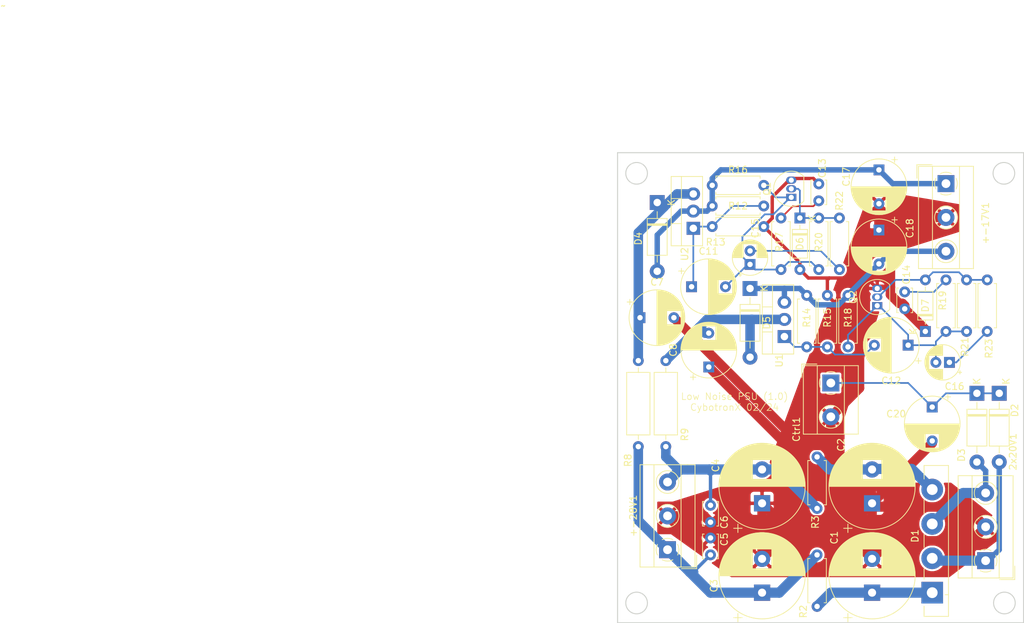
<source format=kicad_pcb>
(kicad_pcb (version 20171130) (host pcbnew 5.1.7-a382d34a8~88~ubuntu18.04.1)
  (layers (0 F.Cu signal hide) (31 B.Cu signal) (34 B.Paste user) (35 F.Paste user) (36 B.SilkS user) (37 F.SilkS user) (38 B.Mask user) (39 F.Mask user) (44 Edge.Cuts user))
  (net 0 "")
  (net 1 VEE)
  (net 2 "Net-(C11-Pad1)")
  (net 3 GND)
  (net 4 "Net-(C12-Pad1)")
  (net 5 "Net-(2x20V1-Pad1)")
  (net 6 "Net-(2x20V1-Pad3)")
  (net 7 "Net-(C1-Pad1)")
  (net 8 "Net-(C14-Pad1)")
  (net 9 "Net-(C11-Pad2)")
  (net 10 "Net-(C12-Pad2)")
  (net 11 "Net-(C15-Pad2)")
  (net 12 "Net-(C16-Pad1)")
  (net 13 "Net-(D7-Pad2)")
  (net 14 +28V)
  (net 15 -24V)
  (net 16 VDD)
  (net 17 "Net-(D6-Pad1)")
  (net 18 "Net-(C2-Pad2)")
  (net 19 "Net-(C7-Pad1)")
  (net 20 "Net-(C13-Pad1)")
  (net 21 "Net-(C20-Pad1)")
  (net 22 "Net-(C8-Pad2)")
  (module Resistor_THT:R_Axial_DIN0207_L6.3mm_D2.5mm_P7.62mm_Horizontal (layer F.Cu) (at 174.752 53.34 270)
    (fp_text reference R17 (at 3.556 0.254 90) (layer F.SilkS))
    (fp_text value 6,8)
    (pad 2 thru_hole oval (at 7.62 0 270) (size 1.6 1.6) (drill 0.8) (layers *.Cu *.Mask) (net 9 "Net-(C11-Pad2)"))
    (pad 1 thru_hole circle (at 0 0 270) (size 1.6 1.6) (drill 0.8) (layers *.Cu *.Mask) (net 20 "Net-(C13-Pad1)"))
  )
  (module Resistor_THT:R_Axial_DIN0207_L6.3mm_D2.5mm_P7.62mm_Horizontal (layer F.Cu) (at 172.212 51.562 180)
    (fp_text reference R12 (at 3.81 0) (layer F.SilkS))
    (fp_text value 100)
    (pad 2 thru_hole oval (at 7.62 0 180) (size 1.6 1.6) (drill 0.8) (layers *.Cu *.Mask) (net 1 VEE))
    (pad 1 thru_hole circle (at 0 0 180) (size 1.6 1.6) (drill 0.8) (layers *.Cu *.Mask) (net 2 "Net-(C11-Pad1)"))
  )
  (module Resistor_THT:R_Axial_DIN0309_L9.0mm_D3.2mm_P12.70mm_Horizontal (layer F.Cu) (at 157.734 87.122 90)
    (fp_text reference R9 (at 1.778 2.794 90) (layer F.SilkS))
    (fp_text value 33)
    (pad 2 thru_hole oval (at 12.7 0 90) (size 1.6 1.6) (drill 0.8) (layers *.Cu *.Mask) (net 22 "Net-(C8-Pad2)"))
    (pad 1 thru_hole circle (at 0 0 90) (size 1.6 1.6) (drill 0.8) (layers *.Cu *.Mask) (net 15 -24V))
  )
  (module Resistor_THT:R_Axial_DIN0309_L9.0mm_D3.2mm_P12.70mm_Horizontal (layer F.Cu) (at 153.67 87.122 90)
    (fp_text reference R8 (at -2.032 -1.524 90) (layer F.SilkS))
    (fp_text value 33)
    (pad 2 thru_hole oval (at 12.7 0 90) (size 1.6 1.6) (drill 0.8) (layers *.Cu *.Mask) (net 19 "Net-(C7-Pad1)"))
    (pad 1 thru_hole circle (at 0 0 90) (size 1.6 1.6) (drill 0.8) (layers *.Cu *.Mask) (net 14 +28V))
  )
  (module Capacitor_THT:CP_Radial_D8.0mm_P5.00mm (layer F.Cu) (at 164.084 75.358 90)
    (fp_text reference C8 (at 2.5 -5.25 90) (layer F.SilkS))
    (fp_text value 220µ/35V)
    (pad 2 thru_hole circle (at 5 0 90) (size 1.6 1.6) (drill 0.8) (layers *.Cu *.Mask) (net 22 "Net-(C8-Pad2)"))
    (pad 1 thru_hole rect (at 0 0 90) (size 1.6 1.6) (drill 0.8) (layers *.Cu *.Mask) (net 3 GND))
  )
  (module Capacitor_THT:CP_Radial_D8.0mm_P5.00mm (layer F.Cu) (at 153.924 68.072)
    (fp_text reference C7 (at 2.5 -5.25) (layer F.SilkS))
    (fp_text value 220µ/35V)
    (pad 2 thru_hole circle (at 5 0) (size 1.6 1.6) (drill 0.8) (layers *.Cu *.Mask) (net 3 GND))
    (pad 1 thru_hole rect (at 0 0) (size 1.6 1.6) (drill 0.8) (layers *.Cu *.Mask) (net 19 "Net-(C7-Pad1)"))
  )
  (module Package_TO_SOT_THT:TO-220-3_Vertical (layer F.Cu) (at 175.26 70.866 90)
    (fp_text reference U1 (at -3.556 -0.762 90) (layer F.SilkS))
    (fp_text value LM337_TO220)
    (pad 3 thru_hole oval (at 5.08 0 90) (size 1.905 2) (drill 1.1) (layers *.Cu *.Mask) (net 16 VDD))
    (pad 2 thru_hole oval (at 2.54 0 90) (size 1.905 2) (drill 1.1) (layers *.Cu *.Mask) (net 22 "Net-(C8-Pad2)"))
    (pad 1 thru_hole rect (at 0 0 90) (size 1.905 2) (drill 1.1) (layers *.Cu *.Mask) (net 10 "Net-(C12-Pad2)"))
  )
  (module Diode_THT:D_DO-41_SOD81_P10.16mm_Horizontal (layer F.Cu) (at 207.01 79.248 270)
    (fp_text reference D2 (at 2.54 -2.286 90) (layer F.SilkS))
    (fp_text value 1N4001)
    (fp_text user K (at -1.778 -1.016 90) (layer F.SilkS))
    (pad 2 thru_hole oval (at 10.16 0 270) (size 2.2 2.2) (drill 1.1) (layers *.Cu *.Mask) (net 5 "Net-(2x20V1-Pad1)"))
    (pad 1 thru_hole rect (at 0 0 270) (size 2.2 2.2) (drill 1.1) (layers *.Cu *.Mask) (net 21 "Net-(C20-Pad1)"))
  )
  (module Connect:TerminalBlock_MetzConnect_Type055_RT01503HDWU_1x03_P5.00mm_Horizontal (layer F.Cu) (at 157.988 102.362 90)
    (fp_text reference +-28V1 (at 5 -5.06 90) (layer F.SilkS))
    (fp_text value Screw_Terminal_01x03)
    (pad 3 thru_hole circle (at 10 0 90) (size 2.5 2.5) (drill 1.3) (layers *.Cu *.Mask) (net 15 -24V))
    (pad 2 thru_hole circle (at 5 0 90) (size 2.5 2.5) (drill 1.3) (layers *.Cu *.Mask) (net 3 GND))
    (pad 1 thru_hole rect (at 0 0 90) (size 2.5 2.5) (drill 1.3) (layers *.Cu *.Mask) (net 14 +28V))
  )
  (module Capacitor_THT:CP_Radial_D8.0mm_P5.00mm (layer F.Cu) (at 197.104 81.28 270)
    (fp_text reference C20 (at 1.016 5.334 180) (layer F.SilkS))
    (fp_text value 100µ/35V)
    (pad 2 thru_hole circle (at 5 0 270) (size 1.6 1.6) (drill 0.8) (layers *.Cu *.Mask) (net 3 GND))
    (pad 1 thru_hole rect (at 0 0 270) (size 1.6 1.6) (drill 0.8) (layers *.Cu *.Mask) (net 21 "Net-(C20-Pad1)"))
  )
  (module Diode_THT:D_DO-41_SOD81_P10.16mm_Horizontal (layer F.Cu) (at 203.708 79.248 270)
    (fp_text reference D3 (at 9.144 2.286 90) (layer F.SilkS))
    (fp_text value 1N4001)
    (fp_text user K (at -1.778 0 90) (layer F.SilkS))
    (pad 2 thru_hole oval (at 10.16 0 270) (size 2.2 2.2) (drill 1.1) (layers *.Cu *.Mask) (net 6 "Net-(2x20V1-Pad3)"))
    (pad 1 thru_hole rect (at 0 0 270) (size 2.2 2.2) (drill 1.1) (layers *.Cu *.Mask) (net 21 "Net-(C20-Pad1)"))
  )
  (module Capacitor_THT:CP_Radial_D12.5mm_P5.00mm (layer F.Cu) (at 171.958 108.712 90)
    (fp_text reference C3 (at 1.016 -7.112 90) (layer F.SilkS))
    (fp_text value 2200µ/35V)
    (pad 2 thru_hole circle (at 5 0 90) (size 2.4 2.4) (drill 1.2) (layers *.Cu *.Mask) (net 3 GND))
    (pad 1 thru_hole rect (at 0 0 90) (size 2.4 2.4) (drill 1.2) (layers *.Cu *.Mask) (net 14 +28V))
  )
  (module Resistor_THT:R_Axial_DIN0207_L6.3mm_D2.5mm_P7.62mm_Horizontal (layer F.Cu) (at 172.212 48.514 180)
    (fp_text reference R16 (at 3.81 2.286) (layer F.SilkS))
    (fp_text value 1K8)
    (pad 2 thru_hole oval (at 7.62 0 180) (size 1.6 1.6) (drill 0.8) (layers *.Cu *.Mask) (net 1 VEE))
    (pad 1 thru_hole circle (at 0 0 180) (size 1.6 1.6) (drill 0.8) (layers *.Cu *.Mask) (net 9 "Net-(C11-Pad2)"))
  )
  (module Resistor_THT:R_Axial_DIN0207_L6.3mm_D2.5mm_P7.62mm_Horizontal (layer F.Cu) (at 180.086 88.646 270)
    (fp_text reference R3 (at 9.652 0.254 90) (layer F.SilkS))
    (fp_text value 2,2)
    (pad 2 thru_hole oval (at 7.62 0 270) (size 1.6 1.6) (drill 0.8) (layers *.Cu *.Mask) (net 15 -24V))
    (pad 1 thru_hole circle (at 0 0 270) (size 1.6 1.6) (drill 0.8) (layers *.Cu *.Mask) (net 18 "Net-(C2-Pad2)"))
  )
  (module Resistor_THT:R_Axial_DIN0207_L6.3mm_D2.5mm_P7.62mm_Horizontal (layer F.Cu) (at 180.086 110.744 90)
    (fp_text reference R2 (at -0.762 -2.032 90) (layer F.SilkS))
    (fp_text value 2,2)
    (pad 2 thru_hole oval (at 7.62 0 90) (size 1.6 1.6) (drill 0.8) (layers *.Cu *.Mask) (net 14 +28V))
    (pad 1 thru_hole circle (at 0 0 90) (size 1.6 1.6) (drill 0.8) (layers *.Cu *.Mask) (net 7 "Net-(C1-Pad1)"))
  )
  (module Capacitor_THT:CP_Radial_D12.5mm_P5.00mm (layer F.Cu) (at 171.958 95.504 90)
    (fp_text reference C4 (at 5.588 -6.858 90) (layer F.SilkS))
    (fp_text value 2200µ/35V)
    (pad 2 thru_hole circle (at 5 0 90) (size 2.4 2.4) (drill 1.2) (layers *.Cu *.Mask) (net 15 -24V))
    (pad 1 thru_hole rect (at 0 0 90) (size 2.4 2.4) (drill 1.2) (layers *.Cu *.Mask) (net 3 GND))
  )
  (module Capacitor_THT:CP_Radial_D12.5mm_P5.00mm (layer F.Cu) (at 188.214 95.504 90)
    (fp_text reference C2 (at 8.636 -4.572 90) (layer F.SilkS))
    (fp_text value 2200µ/35V)
    (pad 2 thru_hole circle (at 5 0 90) (size 2.4 2.4) (drill 1.2) (layers *.Cu *.Mask) (net 18 "Net-(C2-Pad2)"))
    (pad 1 thru_hole rect (at 0 0 90) (size 2.4 2.4) (drill 1.2) (layers *.Cu *.Mask) (net 3 GND))
  )
  (module Capacitor_THT:CP_Radial_D12.5mm_P5.00mm (layer F.Cu) (at 188.214 108.712 90)
    (fp_text reference C1 (at 8.128 -5.588 90) (layer F.SilkS))
    (fp_text value 2200µ/35V)
    (pad 2 thru_hole circle (at 5 0 90) (size 2.4 2.4) (drill 1.2) (layers *.Cu *.Mask) (net 3 GND))
    (pad 1 thru_hole rect (at 0 0 90) (size 2.4 2.4) (drill 1.2) (layers *.Cu *.Mask) (net 7 "Net-(C1-Pad1)"))
  )
  (module Diode_THT:Diode_Bridge_Vishay_GBU (layer F.Cu) (at 197.104 108.712 90)
    (fp_text reference D1 (at 8.382 -2.54 270) (layer F.SilkS))
    (fp_text value GBU2506)
    (pad 1 thru_hole rect (at 0 0 90) (size 3.2 3.2) (drill 1.6) (layers *.Cu *.Mask) (net 7 "Net-(C1-Pad1)"))
    (pad 2 thru_hole circle (at 5.08 0 90) (size 3.2 3.2) (drill 1.6) (layers *.Cu *.Mask) (net 5 "Net-(2x20V1-Pad1)"))
    (pad 3 thru_hole circle (at 10.16 0 90) (size 3.2 3.2) (drill 1.6) (layers *.Cu *.Mask) (net 6 "Net-(2x20V1-Pad3)"))
    (pad 4 thru_hole circle (at 15.24 0 90) (size 3.2 3.2) (drill 1.6) (layers *.Cu *.Mask) (net 18 "Net-(C2-Pad2)"))
  )
  (module Package_TO_SOT_THT:TO-220-3_Vertical (layer F.Cu) (at 161.798 54.864 90)
    (fp_text reference U2 (at -3.81 -1.27 90) (layer F.SilkS))
    (fp_text value LM317_TO-220)
    (pad 3 thru_hole oval (at 5.08 0 90) (size 1.905 2) (drill 1.1) (layers *.Cu *.Mask) (net 19 "Net-(C7-Pad1)"))
    (pad 2 thru_hole oval (at 2.54 0 90) (size 1.905 2) (drill 1.1) (layers *.Cu *.Mask) (net 1 VEE))
    (pad 1 thru_hole rect (at 0 0 90) (size 1.905 2) (drill 1.1) (layers *.Cu *.Mask) (net 2 "Net-(C11-Pad1)"))
  )
  (module Connect:TerminalBlock_MetzConnect_Type055_RT01502HDWU_1x02_P5.00mm_Horizontal (layer F.Cu) (at 182.118 77.724 270)
    (fp_text reference Ctrl1 (at 6.858 5.08 90) (layer F.SilkS))
    (fp_text value Screw_Terminal_01x02)
    (pad 2 thru_hole circle (at 5 0 270) (size 2.5 2.5) (drill 1.3) (layers *.Cu *.Mask) (net 3 GND))
    (pad 1 thru_hole rect (at 0 0 270) (size 2.5 2.5) (drill 1.3) (layers *.Cu *.Mask) (net 21 "Net-(C20-Pad1)"))
  )
  (module Resistor_THT:R_Axial_DIN0207_L6.3mm_D2.5mm_P7.62mm_Horizontal (layer F.Cu) (at 205.232 62.484 270)
    (fp_text reference R23 (at 10.16 -0.254 90) (layer F.SilkS))
    (fp_text value 47)
    (pad 2 thru_hole oval (at 7.62 0 270) (size 1.6 1.6) (drill 0.8) (layers *.Cu *.Mask) (net 12 "Net-(C16-Pad1)"))
    (pad 1 thru_hole circle (at 0 0 270) (size 1.6 1.6) (drill 0.8) (layers *.Cu *.Mask) (net 13 "Net-(D7-Pad2)"))
  )
  (module Resistor_THT:R_Axial_DIN0207_L6.3mm_D2.5mm_P7.62mm_Horizontal (layer F.Cu) (at 183.388 53.34 270)
    (fp_text reference R22 (at -2.54 0 90) (layer F.SilkS))
    (fp_text value 47)
    (pad 2 thru_hole oval (at 7.62 0 270) (size 1.6 1.6) (drill 0.8) (layers *.Cu *.Mask) (net 11 "Net-(C15-Pad2)"))
    (pad 1 thru_hole circle (at 0 0 270) (size 1.6 1.6) (drill 0.8) (layers *.Cu *.Mask) (net 17 "Net-(D6-Pad1)"))
  )
  (module Resistor_THT:R_Axial_DIN0207_L6.3mm_D2.5mm_P7.62mm_Horizontal (layer F.Cu) (at 202.184 62.484 270)
    (fp_text reference R21 (at 9.906 0.254 90) (layer F.SilkS))
    (fp_text value 180K)
    (pad 2 thru_hole oval (at 7.62 0 270) (size 1.6 1.6) (drill 0.8) (layers *.Cu *.Mask) (net 4 "Net-(C12-Pad1)"))
    (pad 1 thru_hole circle (at 0 0 270) (size 1.6 1.6) (drill 0.8) (layers *.Cu *.Mask) (net 13 "Net-(D7-Pad2)"))
  )
  (module Resistor_THT:R_Axial_DIN0207_L6.3mm_D2.5mm_P7.62mm_Horizontal (layer F.Cu) (at 180.34 53.34 270)
    (fp_text reference R20 (at 3.556 0 90) (layer F.SilkS))
    (fp_text value 180K)
    (pad 2 thru_hole oval (at 7.62 0 270) (size 1.6 1.6) (drill 0.8) (layers *.Cu *.Mask) (net 9 "Net-(C11-Pad2)"))
    (pad 1 thru_hole circle (at 0 0 270) (size 1.6 1.6) (drill 0.8) (layers *.Cu *.Mask) (net 17 "Net-(D6-Pad1)"))
  )
  (module Resistor_THT:R_Axial_DIN0207_L6.3mm_D2.5mm_P7.62mm_Horizontal (layer F.Cu) (at 199.136 62.484 270)
    (fp_text reference R19 (at 3.048 0.508 90) (layer F.SilkS))
    (fp_text value 6,8)
    (pad 2 thru_hole oval (at 7.62 0 270) (size 1.6 1.6) (drill 0.8) (layers *.Cu *.Mask) (net 4 "Net-(C12-Pad1)"))
    (pad 1 thru_hole circle (at 0 0 270) (size 1.6 1.6) (drill 0.8) (layers *.Cu *.Mask) (net 8 "Net-(C14-Pad1)"))
  )
  (module Resistor_THT:R_Axial_DIN0207_L6.3mm_D2.5mm_P7.62mm_Horizontal (layer F.Cu) (at 184.658 72.39 90)
    (fp_text reference R18 (at 4.318 0 90) (layer F.SilkS))
    (fp_text value 1K8)
    (pad 2 thru_hole oval (at 7.62 0 90) (size 1.6 1.6) (drill 0.8) (layers *.Cu *.Mask) (net 16 VDD))
    (pad 1 thru_hole circle (at 0 0 90) (size 1.6 1.6) (drill 0.8) (layers *.Cu *.Mask) (net 4 "Net-(C12-Pad1)"))
  )
  (module Resistor_THT:R_Axial_DIN0207_L6.3mm_D2.5mm_P7.62mm_Horizontal (layer F.Cu) (at 181.61 64.77 270)
    (fp_text reference R15 (at 3.302 0 90) (layer F.SilkS))
    (fp_text value 1K1)
    (pad 2 thru_hole oval (at 7.62 0 270) (size 1.6 1.6) (drill 0.8) (layers *.Cu *.Mask) (net 10 "Net-(C12-Pad2)"))
    (pad 1 thru_hole circle (at 0 0 270) (size 1.6 1.6) (drill 0.8) (layers *.Cu *.Mask) (net 3 GND))
  )
  (module Resistor_THT:R_Axial_DIN0207_L6.3mm_D2.5mm_P7.62mm_Horizontal (layer F.Cu) (at 178.562 72.39 90)
    (fp_text reference R14 (at 4.318 0 90) (layer F.SilkS))
    (fp_text value 100)
    (pad 2 thru_hole oval (at 7.62 0 90) (size 1.6 1.6) (drill 0.8) (layers *.Cu *.Mask) (net 16 VDD))
    (pad 1 thru_hole circle (at 0 0 90) (size 1.6 1.6) (drill 0.8) (layers *.Cu *.Mask) (net 10 "Net-(C12-Pad2)"))
  )
  (module Resistor_THT:R_Axial_DIN0207_L6.3mm_D2.5mm_P7.62mm_Horizontal (layer F.Cu) (at 172.212 54.61 180)
    (fp_text reference R13 (at 7.112 -2.286) (layer F.SilkS))
    (fp_text value 1K1)
    (pad 2 thru_hole oval (at 7.62 0 180) (size 1.6 1.6) (drill 0.8) (layers *.Cu *.Mask) (net 2 "Net-(C11-Pad1)"))
    (pad 1 thru_hole circle (at 0 0 180) (size 1.6 1.6) (drill 0.8) (layers *.Cu *.Mask) (net 3 GND))
  )
  (module Package_TO_SOT_THT:TO-92_Inline (layer F.Cu) (at 188.976 66.294 90)
    (fp_text reference Q2 (at 1.27 -3.56 90) (layer F.SilkS))
    (fp_text value BC547)
    (pad 1 thru_hole rect (at 0 0 90) (size 1.05 1.5) (drill 0.75) (layers *.Cu *.Mask) (net 4 "Net-(C12-Pad1)"))
    (pad 3 thru_hole oval (at 2.54 0 90) (size 1.05 1.5) (drill 0.75) (layers *.Cu *.Mask) (net 3 GND))
    (pad 2 thru_hole oval (at 1.27 0 90) (size 1.05 1.5) (drill 0.75) (layers *.Cu *.Mask) (net 13 "Net-(D7-Pad2)"))
  )
  (module Package_TO_SOT_THT:TO-92_Inline (layer F.Cu) (at 176.276 50.292 90)
    (fp_text reference Q1 (at 1.27 -3.56 90) (layer F.SilkS))
    (fp_text value BC547)
    (pad 1 thru_hole rect (at 0 0 90) (size 1.05 1.5) (drill 0.75) (layers *.Cu *.Mask) (net 9 "Net-(C11-Pad2)"))
    (pad 3 thru_hole oval (at 2.54 0 90) (size 1.05 1.5) (drill 0.75) (layers *.Cu *.Mask) (net 3 GND))
    (pad 2 thru_hole oval (at 1.27 0 90) (size 1.05 1.5) (drill 0.75) (layers *.Cu *.Mask) (net 17 "Net-(D6-Pad1)"))
  )
  (module Connect:TerminalBlock_MetzConnect_Type055_RT01503HDWU_1x03_P5.00mm_Horizontal (layer F.Cu) (at 199.136 48.26 270)
    (fp_text reference +-17V1 (at 5.842 -5.842 90) (layer F.SilkS))
    (fp_text value Screw_Terminal_01x03)
    (pad 3 thru_hole circle (at 10 0 270) (size 2.5 2.5) (drill 1.3) (layers *.Cu *.Mask) (net 16 VDD))
    (pad 2 thru_hole circle (at 5 0 270) (size 2.5 2.5) (drill 1.3) (layers *.Cu *.Mask) (net 3 GND))
    (pad 1 thru_hole rect (at 0 0 270) (size 2.5 2.5) (drill 1.3) (layers *.Cu *.Mask) (net 1 VEE))
  )
  (module Diode_THT:D_DO-35_SOD27_P7.62mm_Horizontal (layer F.Cu) (at 196.088 70.104 90)
    (fp_text reference D7 (at 3.81 0 90) (layer F.SilkS))
    (fp_text value 1n4148)
    (fp_text user K (at 0 -1.8 90) (layer F.SilkS))
    (pad 2 thru_hole oval (at 7.62 0 90) (size 1.6 1.6) (drill 0.8) (layers *.Cu *.Mask) (net 13 "Net-(D7-Pad2)"))
    (pad 1 thru_hole rect (at 0 0 90) (size 1.6 1.6) (drill 0.8) (layers *.Cu *.Mask) (net 3 GND))
  )
  (module Diode_THT:D_DO-41_SOD81_P10.16mm_Horizontal (layer F.Cu) (at 170.18 63.754 270)
    (fp_text reference D5 (at 5.08 -2.47 90) (layer F.SilkS))
    (fp_text value 1N4001)
    (fp_text user K (at 0 -2.1 90) (layer F.SilkS))
    (pad 2 thru_hole oval (at 10.16 0 270) (size 2.2 2.2) (drill 1.1) (layers *.Cu *.Mask) (net 22 "Net-(C8-Pad2)"))
    (pad 1 thru_hole rect (at 0 0 270) (size 2.2 2.2) (drill 1.1) (layers *.Cu *.Mask) (net 16 VDD))
  )
  (module Diode_THT:D_DO-41_SOD81_P10.16mm_Horizontal (layer F.Cu) (at 156.464 51.054 270)
    (fp_text reference D4 (at 5.334 2.794 90) (layer F.SilkS))
    (fp_text value 1N4001)
    (fp_text user K (at 0 -2.1 90) (layer F.SilkS))
    (pad 2 thru_hole oval (at 10.16 0 270) (size 2.2 2.2) (drill 1.1) (layers *.Cu *.Mask) (net 1 VEE))
    (pad 1 thru_hole rect (at 0 0 270) (size 2.2 2.2) (drill 1.1) (layers *.Cu *.Mask) (net 19 "Net-(C7-Pad1)"))
  )
  (module Diode_THT:D_DO-35_SOD27_P7.62mm_Horizontal (layer F.Cu) (at 177.546 53.34 270)
    (fp_text reference D6 (at 3.81 0 90) (layer F.SilkS))
    (fp_text value 1n4148)
    (fp_text user K (at 0 -1.8 90) (layer F.SilkS))
    (pad 2 thru_hole oval (at 7.62 0 270) (size 1.6 1.6) (drill 0.8) (layers *.Cu *.Mask) (net 3 GND))
    (pad 1 thru_hole rect (at 0 0 270) (size 1.6 1.6) (drill 0.8) (layers *.Cu *.Mask) (net 17 "Net-(D6-Pad1)"))
  )
  (module Capacitor_THT:CP_Radial_D8.0mm_P5.00mm (layer F.Cu) (at 189.23 55.118 270)
    (fp_text reference C18 (at -0.254 -4.572 90) (layer F.SilkS))
    (fp_text value 100µ/35V)
    (pad 2 thru_hole circle (at 5 0 270) (size 1.6 1.6) (drill 0.8) (layers *.Cu *.Mask) (net 16 VDD))
    (pad 1 thru_hole rect (at 0 0 270) (size 1.6 1.6) (drill 0.8) (layers *.Cu *.Mask) (net 3 GND))
  )
  (module Capacitor_THT:CP_Radial_D8.0mm_P5.00mm (layer F.Cu) (at 189.23 46.228 270)
    (fp_text reference C17 (at 1.016 4.826 90) (layer F.SilkS))
    (fp_text value 100µ/35V)
    (pad 2 thru_hole circle (at 5 0 270) (size 1.6 1.6) (drill 0.8) (layers *.Cu *.Mask) (net 3 GND))
    (pad 1 thru_hole rect (at 0 0 270) (size 1.6 1.6) (drill 0.8) (layers *.Cu *.Mask) (net 1 VEE))
  )
  (module Capacitor_THT:CP_Radial_D5.0mm_P2.00mm (layer F.Cu) (at 199.644 74.676 180)
    (fp_text reference C16 (at -0.762 -3.556) (layer F.SilkS))
    (fp_text value 22µ/25V)
    (pad 2 thru_hole circle (at 2 0 180) (size 1.6 1.6) (drill 0.8) (layers *.Cu *.Mask) (net 4 "Net-(C12-Pad1)"))
    (pad 1 thru_hole rect (at 0 0 180) (size 1.6 1.6) (drill 0.8) (layers *.Cu *.Mask) (net 12 "Net-(C16-Pad1)"))
  )
  (module Capacitor_THT:CP_Radial_D5.0mm_P2.00mm (layer F.Cu) (at 170.18 60.198 90)
    (fp_text reference C15 (at 5.334 0.762 90) (layer F.SilkS))
    (fp_text value 22µ/25V)
    (pad 2 thru_hole circle (at 2 0 90) (size 1.6 1.6) (drill 0.8) (layers *.Cu *.Mask) (net 11 "Net-(C15-Pad2)"))
    (pad 1 thru_hole rect (at 0 0 90) (size 1.6 1.6) (drill 0.8) (layers *.Cu *.Mask) (net 9 "Net-(C11-Pad2)"))
  )
  (module Capacitor_THT:C_Disc_D3.4mm_W2.1mm_P2.50mm (layer F.Cu) (at 193.04 64.262 270)
    (fp_text reference C14 (at -2.54 -0.254 90) (layer F.SilkS))
    (fp_text value 100n)
    (pad 2 thru_hole circle (at 2.5 0 270) (size 1.6 1.6) (drill 0.8) (layers *.Cu *.Mask) (net 3 GND))
    (pad 1 thru_hole circle (at 0 0 270) (size 1.6 1.6) (drill 0.8) (layers *.Cu *.Mask) (net 8 "Net-(C14-Pad1)"))
  )
  (module Capacitor_THT:CP_Radial_D8.0mm_P5.00mm (layer F.Cu) (at 193.548 72.136 180)
    (fp_text reference C12 (at 2.5 -5.25) (layer F.SilkS))
    (fp_text value 220µ/25V)
    (pad 2 thru_hole circle (at 5 0 180) (size 1.6 1.6) (drill 0.8) (layers *.Cu *.Mask) (net 10 "Net-(C12-Pad2)"))
    (pad 1 thru_hole rect (at 0 0 180) (size 1.6 1.6) (drill 0.8) (layers *.Cu *.Mask) (net 4 "Net-(C12-Pad1)"))
  )
  (module Capacitor_THT:CP_Radial_D8.0mm_P5.00mm (layer F.Cu) (at 161.544 63.5)
    (fp_text reference C11 (at 2.5 -5.25) (layer F.SilkS))
    (fp_text value 220µ/25V)
    (pad 2 thru_hole circle (at 5 0) (size 1.6 1.6) (drill 0.8) (layers *.Cu *.Mask) (net 9 "Net-(C11-Pad2)"))
    (pad 1 thru_hole rect (at 0 0) (size 1.6 1.6) (drill 0.8) (layers *.Cu *.Mask) (net 2 "Net-(C11-Pad1)"))
  )
  (module Capacitor_THT:C_Disc_D3.4mm_W2.1mm_P2.50mm (layer F.Cu) (at 164.338 98.298 90)
    (fp_text reference C6 (at 0 2.032 90) (layer F.SilkS))
    (fp_text value 100n)
    (pad 2 thru_hole circle (at 2.5 0 90) (size 1.6 1.6) (drill 0.8) (layers *.Cu *.Mask) (net 15 -24V))
    (pad 1 thru_hole circle (at 0 0 90) (size 1.6 1.6) (drill 0.8) (layers *.Cu *.Mask) (net 3 GND))
  )
  (module Capacitor_THT:C_Disc_D3.4mm_W2.1mm_P2.50mm (layer F.Cu) (at 164.338 103.124 90)
    (fp_text reference C5 (at 2.286 2.032 90) (layer F.SilkS))
    (fp_text value 100n)
    (pad 2 thru_hole circle (at 2.5 0 90) (size 1.6 1.6) (drill 0.8) (layers *.Cu *.Mask) (net 3 GND))
    (pad 1 thru_hole circle (at 0 0 90) (size 1.6 1.6) (drill 0.8) (layers *.Cu *.Mask) (net 14 +28V))
  )
  (module Capacitor_THT:C_Disc_D3.4mm_W2.1mm_P2.50mm (layer F.Cu) (at 180.34 50.8 90)
    (fp_text reference C13 (at 4.826 0.508 90) (layer F.SilkS))
    (fp_text value 100n)
    (pad 2 thru_hole circle (at 2.5 0 90) (size 1.6 1.6) (drill 0.8) (layers *.Cu *.Mask) (net 3 GND))
    (pad 1 thru_hole circle (at 0 0 90) (size 1.6 1.6) (drill 0.8) (layers *.Cu *.Mask) (net 20 "Net-(C13-Pad1)"))
  )
  (module Connect:TerminalBlock_MetzConnect_Type055_RT01503HDWU_1x03_P5.00mm_Horizontal (layer F.Cu) (at 205 103.98 90)
    (fp_text reference 2x20V1 (at 16.096 4.042 90) (layer F.SilkS))
    (fp_text value Screw_Terminal_01x03)
    (pad 3 thru_hole circle (at 10 0 90) (size 2.5 2.5) (drill 1.3) (layers *.Cu *.Mask) (net 6 "Net-(2x20V1-Pad3)"))
    (pad 2 thru_hole circle (at 5 0 90) (size 2.5 2.5) (drill 1.3) (layers *.Cu *.Mask) (net 3 GND))
    (pad 1 thru_hole rect (at 0 0 90) (size 2.5 2.5) (drill 1.3) (layers *.Cu *.Mask) (net 5 "Net-(2x20V1-Pad1)"))
  )
  (gr_text "Low Noise PSU (1.0)\nCybotronX 02/24" (at 167.894 80.518) (layer F.SilkS) (effects (font (size 1 1) (thickness 0.1))))
  (gr_circle (center 207.772 110.236) (end 209.372 110.236) (layer Edge.Cuts) (width 0.15))
  (gr_circle (center 153.416 110.236) (end 155.016 110.236) (layer Edge.Cuts) (width 0.15))
  (gr_circle (center 153.416 46.736) (end 155.016 46.736) (layer Edge.Cuts) (width 0.15))
  (gr_circle (center 207.696 46.736) (end 209.296 46.736) (layer Edge.Cuts) (width 0.15))
  (gr_line (start 150.604 43.688) (end 210.604 43.688) (layer Edge.Cuts) (width 0.15))
  (gr_line (start 150.604 113.156) (end 150.604 43.688) (layer Edge.Cuts) (width 0.15))
  (gr_line (start 210.604 43.688) (end 210.604 113.156) (layer Edge.Cuts) (width 0.15))
  (gr_line (start 210.604 113.156) (end 150.604 113.156) (layer Edge.Cuts) (width 0.15))
  (gr_text ~ (at 59.817 21.971) (layer F.SilkS) (effects (font (size 1 1))))
  (segment (start 191.262 48.26) (end 189.23 46.228) (width 0.8) (layer B.Cu) (net 1))
  (segment (start 199.136 48.26) (end 191.262 48.26) (width 0.8) (layer B.Cu) (net 1))
  (segment (start 156.464 55.858) (end 159.998 52.324) (width 0.8) (layer B.Cu) (net 1))
  (segment (start 159.998 52.324) (end 161.798 52.324) (width 0.8) (layer B.Cu) (net 1))
  (segment (start 156.464 61.214) (end 156.464 55.858) (width 0.8) (layer B.Cu) (net 1))
  (segment (start 163.83 52.324) (end 164.592 51.562) (width 0.8) (layer B.Cu) (net 1))
  (segment (start 161.798 52.324) (end 163.83 52.324) (width 0.8) (layer B.Cu) (net 1))
  (segment (start 164.592 51.562) (end 164.592 48.514) (width 0.8) (layer B.Cu) (net 1))
  (segment (start 164.592 48.514) (end 164.592 47.498) (width 0.8) (layer B.Cu) (net 1))
  (segment (start 165.862 46.228) (end 189.23 46.228) (width 0.8) (layer B.Cu) (net 1))
  (segment (start 164.592 47.498) (end 165.862 46.228) (width 0.8) (layer B.Cu) (net 1))
  (segment (start 167.64 51.562) (end 164.592 54.61) (width 0.25) (layer B.Cu) (net 2))
  (segment (start 172.212 51.562) (end 167.64 51.562) (width 0.25) (layer B.Cu) (net 2))
  (segment (start 162.052 54.61) (end 161.798 54.864) (width 0.25) (layer B.Cu) (net 2))
  (segment (start 164.592 54.61) (end 162.052 54.61) (width 0.25) (layer B.Cu) (net 2))
  (segment (start 161.798 63.246) (end 161.544 63.5) (width 0.25) (layer B.Cu) (net 2))
  (segment (start 161.798 54.864) (end 161.798 63.246) (width 0.25) (layer B.Cu) (net 2))
  (segment (start 188.382001 95.672001) (end 188.214 95.504) (width 0.8) (layer F.Cu) (net 3))
  (segment (start 188.761999 96.051999) (end 188.214 95.504) (width 1.4) (layer F.Cu) (net 3))
  (segment (start 202.071999 96.051999) (end 188.761999 96.051999) (width 1.4) (layer F.Cu) (net 3))
  (segment (start 205 98.98) (end 202.071999 96.051999) (width 1.4) (layer F.Cu) (net 3))
  (segment (start 190.873999 101.052001) (end 188.214 103.712) (width 1.4) (layer F.Cu) (net 3))
  (segment (start 202.927999 101.052001) (end 190.873999 101.052001) (width 1.4) (layer F.Cu) (net 3))
  (segment (start 205 98.98) (end 202.927999 101.052001) (width 1.4) (layer F.Cu) (net 3))
  (segment (start 196.088 69.81) (end 193.04 66.762) (width 1.4) (layer F.Cu) (net 3))
  (segment (start 196.088 70.104) (end 196.088 69.81) (width 1.4) (layer F.Cu) (net 3))
  (segment (start 192.708001 65.962001) (end 192.223999 65.962001) (width 1.4) (layer F.Cu) (net 3))
  (segment (start 190.930001 56.818001) (end 189.23 55.118) (width 1.4) (layer F.Cu) (net 3))
  (segment (start 192.223999 65.962001) (end 190.930001 64.668003) (width 1.4) (layer F.Cu) (net 3))
  (segment (start 193.04 66.294) (end 192.708001 65.962001) (width 1.4) (layer F.Cu) (net 3))
  (segment (start 193.04 66.762) (end 193.04 66.294) (width 1.4) (layer F.Cu) (net 3))
  (segment (start 189.13101 63.59899) (end 188.976 63.59899) (width 0.5) (layer F.Cu) (net 3))
  (segment (start 189.152001 63.577999) (end 189.13101 63.59899) (width 0.5) (layer F.Cu) (net 3))
  (segment (start 190.930001 63.577999) (end 189.152001 63.577999) (width 0.8) (layer F.Cu) (net 3))
  (segment (start 190.930001 63.577999) (end 190.930001 56.818001) (width 1.4) (layer F.Cu) (net 3))
  (segment (start 190.930001 64.668003) (end 190.930001 63.577999) (width 1.4) (layer F.Cu) (net 3))
  (segment (start 191.088 53.26) (end 189.23 55.118) (width 1.4) (layer F.Cu) (net 3))
  (segment (start 199.136 53.26) (end 191.088 53.26) (width 1.4) (layer F.Cu) (net 3))
  (segment (start 189.23 51.228) (end 189.23 55.118) (width 1.4) (layer F.Cu) (net 3))
  (segment (start 176.43101 47.59699) (end 176.276 47.59699) (width 0.5) (layer F.Cu) (net 3))
  (segment (start 176.527999 47.500001) (end 176.43101 47.59699) (width 0.5) (layer F.Cu) (net 3))
  (segment (start 180.34 48.3) (end 179.540001 47.500001) (width 0.5) (layer F.Cu) (net 3))
  (segment (start 179.540001 47.500001) (end 176.527999 47.500001) (width 0.5) (layer F.Cu) (net 3))
  (segment (start 177.703999 97.966001) (end 171.958 103.712) (width 1.4) (layer F.Cu) (net 3))
  (segment (start 185.751999 97.966001) (end 177.703999 97.966001) (width 1.4) (layer F.Cu) (net 3))
  (segment (start 188.214 95.504) (end 185.751999 97.966001) (width 1.4) (layer F.Cu) (net 3))
  (segment (start 188.214 103.712) (end 183.816 99.314) (width 1.4) (layer F.Cu) (net 3))
  (segment (start 175.768 99.314) (end 171.958 95.504) (width 1.4) (layer F.Cu) (net 3))
  (segment (start 183.816 99.314) (end 175.768 99.314) (width 1.4) (layer F.Cu) (net 3))
  (segment (start 188.214 95.504) (end 188.214 103.712) (width 1.4) (layer F.Cu) (net 3))
  (segment (start 163.402 97.362) (end 164.338 98.298) (width 1.4) (layer F.Cu) (net 3))
  (segment (start 157.988 97.362) (end 163.402 97.362) (width 1.4) (layer F.Cu) (net 3))
  (segment (start 164.338 98.298) (end 171.958 98.298) (width 1.4) (layer F.Cu) (net 3))
  (segment (start 171.958 95.504) (end 171.958 98.298) (width 1.4) (layer F.Cu) (net 3))
  (segment (start 164.338 100.624) (end 171.41 100.624) (width 1.4) (layer F.Cu) (net 3))
  (segment (start 171.958 98.298) (end 171.958 100.076) (width 1.4) (layer F.Cu) (net 3))
  (segment (start 171.41 100.624) (end 171.958 100.076) (width 1.4) (layer F.Cu) (net 3))
  (segment (start 171.958 100.076) (end 171.958 103.712) (width 1.4) (layer F.Cu) (net 3))
  (segment (start 164.338 98.298) (end 164.338 100.624) (width 1.4) (layer F.Cu) (net 3))
  (segment (start 157.988 97.362) (end 159.94 99.314) (width 1.4) (layer F.Cu) (net 3))
  (segment (start 163.028 99.314) (end 164.338 100.624) (width 1.4) (layer F.Cu) (net 3))
  (segment (start 159.94 99.314) (end 163.028 99.314) (width 1.4) (layer F.Cu) (net 3))
  (segment (start 164.084 75.358) (end 180.086 91.36) (width 1.4) (layer F.Cu) (net 3))
  (segment (start 180.086 91.36) (end 180.086 92.71) (width 1.4) (layer F.Cu) (net 3))
  (segment (start 182.88 95.504) (end 188.214 95.504) (width 1.4) (layer F.Cu) (net 3))
  (segment (start 180.086 92.71) (end 182.88 95.504) (width 1.4) (layer F.Cu) (net 3))
  (segment (start 180.902001 86.945999) (end 188.214 94.257998) (width 1.4) (layer F.Cu) (net 3))
  (segment (start 177.797999 86.945999) (end 180.902001 86.945999) (width 1.4) (layer F.Cu) (net 3))
  (segment (start 188.214 94.257998) (end 188.214 95.504) (width 1.4) (layer F.Cu) (net 3))
  (segment (start 158.924 68.072) (end 177.797999 86.945999) (width 1.4) (layer F.Cu) (net 3))
  (segment (start 177.546 59.944) (end 177.546 60.96) (width 0.5) (layer F.Cu) (net 3))
  (segment (start 172.212 54.61) (end 177.546 59.944) (width 0.5) (layer F.Cu) (net 3))
  (segment (start 187.432001 62.210001) (end 188.976 63.754) (width 0.5) (layer F.Cu) (net 3))
  (segment (start 177.546 60.96) (end 178.796001 62.210001) (width 0.5) (layer F.Cu) (net 3))
  (segment (start 181.61 62.484) (end 181.883999 62.210001) (width 0.5) (layer F.Cu) (net 3))
  (segment (start 181.61 64.77) (end 181.61 62.484) (width 0.5) (layer F.Cu) (net 3))
  (segment (start 178.796001 62.210001) (end 181.883999 62.210001) (width 0.5) (layer F.Cu) (net 3))
  (segment (start 181.883999 62.210001) (end 187.432001 62.210001) (width 0.5) (layer F.Cu) (net 3))
  (segment (start 175.98101 48.04699) (end 176.276 47.752) (width 0.5) (layer F.Cu) (net 3))
  (segment (start 175.647138 48.04699) (end 175.98101 48.04699) (width 0.5) (layer F.Cu) (net 3))
  (segment (start 173.462001 50.232127) (end 175.647138 48.04699) (width 0.5) (layer F.Cu) (net 3))
  (segment (start 172.212 54.61) (end 173.462001 53.359999) (width 0.5) (layer F.Cu) (net 3))
  (segment (start 173.462001 53.359999) (end 173.462001 50.232127) (width 0.5) (layer F.Cu) (net 3))
  (segment (start 197.104 86.614) (end 188.214 95.504) (width 1.4) (layer F.Cu) (net 3))
  (segment (start 197.104 86.28) (end 197.104 86.614) (width 1.4) (layer F.Cu) (net 3))
  (segment (start 182.118 89.408) (end 188.214 95.504) (width 1.4) (layer F.Cu) (net 3))
  (segment (start 182.118 82.724) (end 182.118 89.408) (width 1.4) (layer F.Cu) (net 3))
  (segment (start 186.358001 57.989999) (end 189.23 55.118) (width 1.4) (layer F.Cu) (net 3))
  (segment (start 186.358001 78.483999) (end 186.358001 57.989999) (width 1.4) (layer F.Cu) (net 3))
  (segment (start 182.118 82.724) (end 186.358001 78.483999) (width 1.4) (layer F.Cu) (net 3))
  (segment (start 193.548 72.136) (end 193.548 70.612) (width 0.25) (layer B.Cu) (net 4))
  (segment (start 189.23 66.294) (end 193.548 70.612) (width 0.25) (layer B.Cu) (net 4))
  (segment (start 188.976 66.294) (end 189.23 66.294) (width 0.25) (layer B.Cu) (net 4))
  (segment (start 202.184 70.104) (end 199.136 70.104) (width 0.25) (layer B.Cu) (net 4))
  (segment (start 199.136 70.104) (end 197.644 71.596) (width 0.25) (layer B.Cu) (net 4))
  (segment (start 193.548 72.136) (end 197.358 72.136) (width 0.25) (layer B.Cu) (net 4))
  (segment (start 197.644 71.596) (end 197.644 72.422) (width 0.25) (layer B.Cu) (net 4))
  (segment (start 197.358 72.136) (end 197.644 72.422) (width 0.25) (layer B.Cu) (net 4))
  (segment (start 197.644 72.422) (end 197.644 74.676) (width 0.25) (layer B.Cu) (net 4))
  (segment (start 184.658 70.612) (end 188.976 66.294) (width 0.25) (layer B.Cu) (net 4))
  (segment (start 184.658 72.39) (end 184.658 70.612) (width 0.25) (layer B.Cu) (net 4))
  (segment (start 197.452 103.98) (end 197.104 103.632) (width 0.8) (layer B.Cu) (net 5))
  (segment (start 205 103.98) (end 197.452 103.98) (width 1.5) (layer B.Cu) (net 5))
  (segment (start 205 103.98) (end 205.392 103.98) (width 0.8) (layer B.Cu) (net 5))
  (segment (start 207.01 102.362) (end 207.01 89.408) (width 0.8) (layer B.Cu) (net 5))
  (segment (start 205.392 103.98) (end 207.01 102.362) (width 0.8) (layer B.Cu) (net 5))
  (segment (start 201.676 93.98) (end 197.104 98.552) (width 1.5) (layer B.Cu) (net 6))
  (segment (start 205 93.98) (end 201.676 93.98) (width 1.5) (layer B.Cu) (net 6))
  (segment (start 205 90.7) (end 203.708 89.408) (width 0.8) (layer B.Cu) (net 6))
  (segment (start 205 93.98) (end 205 90.7) (width 0.8) (layer B.Cu) (net 6))
  (segment (start 197.104 108.712) (end 188.214 108.712) (width 1.5) (layer B.Cu) (net 7))
  (segment (start 182.118 108.712) (end 180.086 110.744) (width 1.5) (layer B.Cu) (net 7))
  (segment (start 188.214 108.712) (end 182.118 108.712) (width 1.5) (layer B.Cu) (net 7))
  (segment (start 197.358 64.262) (end 193.04 64.262) (width 0.25) (layer B.Cu) (net 8))
  (segment (start 199.136 62.484) (end 197.358 64.262) (width 0.25) (layer B.Cu) (net 8))
  (segment (start 179.214999 59.834999) (end 180.34 60.96) (width 0.25) (layer B.Cu) (net 9))
  (segment (start 175.877001 59.834999) (end 179.214999 59.834999) (width 0.25) (layer B.Cu) (net 9))
  (segment (start 174.752 60.96) (end 175.877001 59.834999) (width 0.25) (layer B.Cu) (net 9))
  (segment (start 173.99 50.292) (end 176.276 50.292) (width 0.25) (layer B.Cu) (net 9))
  (segment (start 172.212 48.514) (end 173.99 50.292) (width 0.25) (layer B.Cu) (net 9))
  (segment (start 170.942 60.96) (end 170.18 60.198) (width 0.25) (layer B.Cu) (net 9))
  (segment (start 174.752 60.96) (end 170.942 60.96) (width 0.25) (layer B.Cu) (net 9))
  (segment (start 169.846 60.198) (end 166.544 63.5) (width 0.25) (layer B.Cu) (net 9))
  (segment (start 170.18 60.198) (end 169.846 60.198) (width 0.25) (layer B.Cu) (net 9))
  (segment (start 176.134998 50.292) (end 176.276 50.292) (width 0.25) (layer B.Cu) (net 9))
  (segment (start 173.626999 52.799999) (end 176.134998 50.292) (width 0.25) (layer B.Cu) (net 9))
  (segment (start 172.356999 52.799999) (end 173.626999 52.799999) (width 0.25) (layer B.Cu) (net 9))
  (segment (start 169.054999 56.101999) (end 172.356999 52.799999) (width 0.25) (layer B.Cu) (net 9))
  (segment (start 169.054999 59.072999) (end 169.054999 56.101999) (width 0.25) (layer B.Cu) (net 9))
  (segment (start 170.18 60.198) (end 169.054999 59.072999) (width 0.25) (layer B.Cu) (net 9))
  (segment (start 182.735001 73.515001) (end 181.61 72.39) (width 0.25) (layer B.Cu) (net 10))
  (segment (start 187.168999 73.515001) (end 182.735001 73.515001) (width 0.25) (layer B.Cu) (net 10))
  (segment (start 188.548 72.136) (end 187.168999 73.515001) (width 0.25) (layer B.Cu) (net 10))
  (segment (start 181.61 72.39) (end 178.562 72.39) (width 0.25) (layer B.Cu) (net 10))
  (segment (start 176.784 72.39) (end 175.26 70.866) (width 0.25) (layer B.Cu) (net 10))
  (segment (start 178.562 72.39) (end 176.784 72.39) (width 0.25) (layer B.Cu) (net 10))
  (segment (start 180.626 58.198) (end 183.388 60.96) (width 0.25) (layer B.Cu) (net 11))
  (segment (start 170.18 58.198) (end 180.626 58.198) (width 0.25) (layer B.Cu) (net 11))
  (segment (start 200.66 74.676) (end 199.644 74.676) (width 0.25) (layer B.Cu) (net 12))
  (segment (start 205.232 70.104) (end 200.66 74.676) (width 0.25) (layer B.Cu) (net 12))
  (segment (start 205.232 62.484) (end 202.184 62.484) (width 0.25) (layer B.Cu) (net 13))
  (segment (start 197.213001 61.358999) (end 196.088 62.484) (width 0.25) (layer B.Cu) (net 13))
  (segment (start 201.058999 61.358999) (end 197.213001 61.358999) (width 0.25) (layer B.Cu) (net 13))
  (segment (start 202.184 62.484) (end 201.058999 61.358999) (width 0.25) (layer B.Cu) (net 13))
  (segment (start 189.133095 65.024) (end 188.976 65.024) (width 0.25) (layer B.Cu) (net 13))
  (segment (start 191.673095 62.484) (end 189.133095 65.024) (width 0.25) (layer B.Cu) (net 13))
  (segment (start 196.088 62.484) (end 191.673095 62.484) (width 0.25) (layer B.Cu) (net 13))
  (segment (start 174.498 108.712) (end 180.086 103.124) (width 1.5) (layer B.Cu) (net 14))
  (segment (start 171.958 108.712) (end 174.498 108.712) (width 1.5) (layer B.Cu) (net 14))
  (segment (start 171.958 108.712) (end 164.338 108.712) (width 1.5) (layer B.Cu) (net 14))
  (segment (start 161.798 105.664) (end 161.29 105.664) (width 1.5) (layer B.Cu) (net 14))
  (segment (start 164.338 103.124) (end 161.798 105.664) (width 0.5) (layer B.Cu) (net 14))
  (segment (start 164.338 108.712) (end 161.29 105.664) (width 1.5) (layer B.Cu) (net 14))
  (segment (start 161.29 105.664) (end 157.988 102.362) (width 1.5) (layer B.Cu) (net 14))
  (segment (start 153.67 98.044) (end 153.67 87.122) (width 1.4) (layer B.Cu) (net 14))
  (segment (start 157.988 102.362) (end 153.67 98.044) (width 1.4) (layer B.Cu) (net 14))
  (segment (start 164.338 95.798) (end 164.338 90.678) (width 0.5) (layer B.Cu) (net 15))
  (segment (start 164.338 90.678) (end 164.164 90.504) (width 1.5) (layer B.Cu) (net 15))
  (segment (start 171.958 90.504) (end 164.164 90.504) (width 1.5) (layer B.Cu) (net 15))
  (segment (start 174.324 90.504) (end 180.086 96.266) (width 1.5) (layer B.Cu) (net 15))
  (segment (start 171.958 90.504) (end 174.324 90.504) (width 1.5) (layer B.Cu) (net 15))
  (segment (start 164.164 90.504) (end 160.956 90.504) (width 1.5) (layer B.Cu) (net 15))
  (segment (start 160.956 90.504) (end 159.846 90.504) (width 1.5) (layer B.Cu) (net 15))
  (segment (start 157.734 88.646) (end 159.719 90.631) (width 1.4) (layer B.Cu) (net 15))
  (segment (start 157.734 87.122) (end 157.734 88.646) (width 1.4) (layer B.Cu) (net 15))
  (segment (start 159.846 90.504) (end 159.719 90.631) (width 1.5) (layer B.Cu) (net 15))
  (segment (start 159.719 90.631) (end 157.988 92.362) (width 1.5) (layer B.Cu) (net 15))
  (segment (start 191.088 58.26) (end 189.23 60.118) (width 0.8) (layer B.Cu) (net 16))
  (segment (start 199.136 58.26) (end 191.088 58.26) (width 0.8) (layer B.Cu) (net 16))
  (segment (start 177.546 63.754) (end 178.562 64.77) (width 0.8) (layer B.Cu) (net 16))
  (segment (start 175.26 65.786) (end 175.26 63.754) (width 0.8) (layer B.Cu) (net 16))
  (segment (start 170.18 63.754) (end 175.26 63.754) (width 0.8) (layer B.Cu) (net 16))
  (segment (start 175.26 63.754) (end 177.546 63.754) (width 0.8) (layer B.Cu) (net 16))
  (segment (start 183.257999 66.170001) (end 184.658 64.77) (width 0.8) (layer B.Cu) (net 16))
  (segment (start 179.962001 66.170001) (end 183.257999 66.170001) (width 0.8) (layer B.Cu) (net 16))
  (segment (start 178.562 64.77) (end 179.962001 66.170001) (width 0.8) (layer B.Cu) (net 16))
  (segment (start 184.658 64.69) (end 189.23 60.118) (width 0.8) (layer B.Cu) (net 16))
  (segment (start 184.658 64.77) (end 184.658 64.69) (width 0.8) (layer B.Cu) (net 16))
  (segment (start 183.388 53.34) (end 180.34 53.34) (width 0.25) (layer B.Cu) (net 17))
  (segment (start 180.34 53.34) (end 177.546 53.34) (width 0.25) (layer B.Cu) (net 17))
  (segment (start 177.546 49.292) (end 177.546 53.34) (width 0.25) (layer B.Cu) (net 17))
  (segment (start 177.276 49.022) (end 177.546 49.292) (width 0.25) (layer B.Cu) (net 17))
  (segment (start 176.276 49.022) (end 177.276 49.022) (width 0.25) (layer B.Cu) (net 17))
  (segment (start 197.104 93.472) (end 194.056 90.424) (width 1.5) (layer B.Cu) (net 18))
  (segment (start 188.294 90.424) (end 188.214 90.504) (width 1.5) (layer B.Cu) (net 18))
  (segment (start 194.056 90.424) (end 188.294 90.424) (width 1.5) (layer B.Cu) (net 18))
  (segment (start 181.944 90.504) (end 180.086 88.646) (width 1.5) (layer B.Cu) (net 18))
  (segment (start 188.214 90.504) (end 181.944 90.504) (width 1.5) (layer B.Cu) (net 18))
  (segment (start 159.398 49.784) (end 161.798 49.784) (width 1.4) (layer B.Cu) (net 19))
  (segment (start 156.718 51.054) (end 157.423 51.759) (width 1.4) (layer B.Cu) (net 19))
  (segment (start 156.464 51.054) (end 156.718 51.054) (width 1.4) (layer B.Cu) (net 19))
  (segment (start 153.67 55.512) (end 157.423 51.759) (width 1.4) (layer B.Cu) (net 19))
  (segment (start 157.423 51.759) (end 159.398 49.784) (width 1.4) (layer B.Cu) (net 19))
  (segment (start 153.924 68.072) (end 153.67 67.818) (width 1.4) (layer B.Cu) (net 19))
  (segment (start 153.67 74.422) (end 153.67 67.818) (width 1.4) (layer B.Cu) (net 19))
  (segment (start 153.67 67.818) (end 153.67 55.512) (width 1.4) (layer B.Cu) (net 19))
  (segment (start 163.576 70.358) (end 162.687 69.469) (width 1.4) (layer B.Cu) (net 22))
  (segment (start 164.084 70.358) (end 163.576 70.358) (width 1.4) (layer B.Cu) (net 22))
  (segment (start 157.734 74.422) (end 162.687 69.469) (width 1.4) (layer B.Cu) (net 22))
  (segment (start 162.687 69.469) (end 163.83 68.326) (width 1.4) (layer B.Cu) (net 22))
  (segment (start 170.18 73.914) (end 170.18 68.58) (width 1.4) (layer B.Cu) (net 22))
  (segment (start 163.83 68.326) (end 170.434 68.326) (width 1.4) (layer B.Cu) (net 22))
  (segment (start 170.18 68.58) (end 170.434 68.326) (width 1.4) (layer B.Cu) (net 22))
  (segment (start 170.434 68.326) (end 175.26 68.326) (width 1.4) (layer B.Cu) (net 22))
  (segment (start 176.492001 51.599999) (end 174.752 53.34) (width 0.25) (layer F.Cu) (net 20))
  (segment (start 179.540001 51.599999) (end 176.492001 51.599999) (width 0.25) (layer F.Cu) (net 20))
  (segment (start 180.34 50.8) (end 179.540001 51.599999) (width 0.25) (layer F.Cu) (net 20))
  (segment (start 207.01 79.248) (end 203.708 79.248) (width 0.25) (layer B.Cu) (net 21))
  (segment (start 199.136 79.248) (end 197.104 81.28) (width 0.25) (layer B.Cu) (net 21))
  (segment (start 203.708 79.248) (end 199.136 79.248) (width 0.25) (layer B.Cu) (net 21))
  (segment (start 193.548 77.724) (end 197.104 81.28) (width 0.25) (layer B.Cu) (net 21))
  (segment (start 182.118 77.724) (end 193.548 77.724) (width 0.25) (layer B.Cu) (net 21))
  (zone (net 3) (net_name GND) (layer F.Cu) (connect_pads (clearance 0.308)) (min_thickness 0.254) (fill yes (arc_segments 32) (thermal_gap 0.508) (thermal_bridge_width 0.508))
    (polygon (pts (xy 207.01 98.044) (xy 207.01 100.838) (xy 199.644 106.426) (xy 167.386 106.426) (xy 158.496 100.076) (xy 156.464 100.076) (xy 156.464 95.25) (xy 158.75 95.25) (xy 167.64 92.456) (xy 199.898 92.456)))
  )
  (zone (net 3) (net_name GND) (layer F.Cu) (connect_pads (clearance 0.308)) (min_thickness 0.254) (fill yes (arc_segments 32) (thermal_gap 0.508) (thermal_bridge_width 0.508))
    (polygon (pts (xy 201.168 51.308) (xy 201.168 55.372) (xy 192.278 58.166) (xy 184.15 82.804) (xy 184.15 92.71) (xy 172.466 92.71) (xy 171.958 92.456) (xy 187.706 49.784) (xy 192.024 49.784)))
  )
)
</source>
